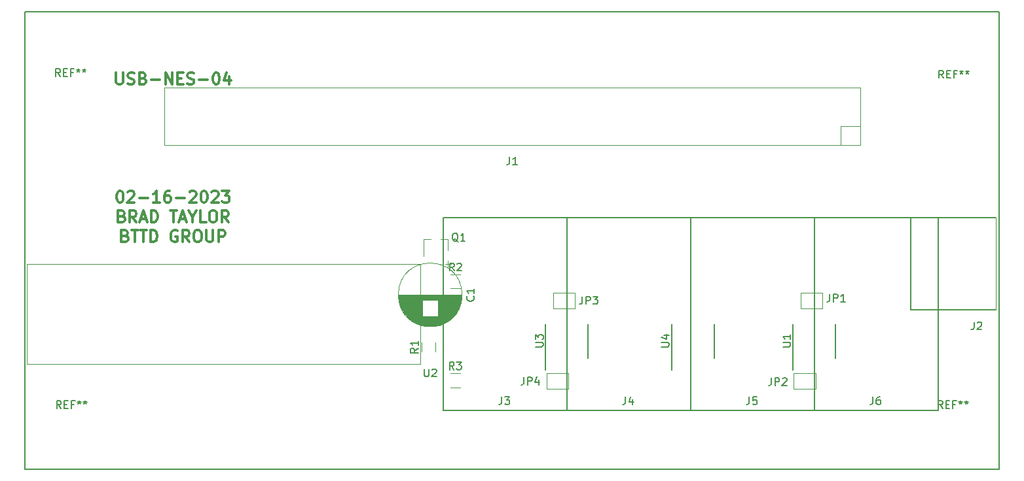
<source format=gbr>
G04 #@! TF.GenerationSoftware,KiCad,Pcbnew,5.1.5+dfsg1-2build2*
G04 #@! TF.CreationDate,2023-04-13T23:09:06-05:00*
G04 #@! TF.ProjectId,NES_backup,4e45535f-6261-4636-9b75-702e6b696361,rev?*
G04 #@! TF.SameCoordinates,Original*
G04 #@! TF.FileFunction,Legend,Top*
G04 #@! TF.FilePolarity,Positive*
%FSLAX46Y46*%
G04 Gerber Fmt 4.6, Leading zero omitted, Abs format (unit mm)*
G04 Created by KiCad (PCBNEW 5.1.5+dfsg1-2build2) date 2023-04-13 23:09:06*
%MOMM*%
%LPD*%
G04 APERTURE LIST*
%ADD10C,0.300000*%
%ADD11C,0.150000*%
%ADD12C,0.120000*%
%ADD13C,0.050000*%
G04 APERTURE END LIST*
D10*
X97292857Y-99378571D02*
X97292857Y-100592857D01*
X97364285Y-100735714D01*
X97435714Y-100807142D01*
X97578571Y-100878571D01*
X97864285Y-100878571D01*
X98007142Y-100807142D01*
X98078571Y-100735714D01*
X98150000Y-100592857D01*
X98150000Y-99378571D01*
X98792857Y-100807142D02*
X99007142Y-100878571D01*
X99364285Y-100878571D01*
X99507142Y-100807142D01*
X99578571Y-100735714D01*
X99650000Y-100592857D01*
X99650000Y-100450000D01*
X99578571Y-100307142D01*
X99507142Y-100235714D01*
X99364285Y-100164285D01*
X99078571Y-100092857D01*
X98935714Y-100021428D01*
X98864285Y-99950000D01*
X98792857Y-99807142D01*
X98792857Y-99664285D01*
X98864285Y-99521428D01*
X98935714Y-99450000D01*
X99078571Y-99378571D01*
X99435714Y-99378571D01*
X99650000Y-99450000D01*
X100792857Y-100092857D02*
X101007142Y-100164285D01*
X101078571Y-100235714D01*
X101150000Y-100378571D01*
X101150000Y-100592857D01*
X101078571Y-100735714D01*
X101007142Y-100807142D01*
X100864285Y-100878571D01*
X100292857Y-100878571D01*
X100292857Y-99378571D01*
X100792857Y-99378571D01*
X100935714Y-99450000D01*
X101007142Y-99521428D01*
X101078571Y-99664285D01*
X101078571Y-99807142D01*
X101007142Y-99950000D01*
X100935714Y-100021428D01*
X100792857Y-100092857D01*
X100292857Y-100092857D01*
X101792857Y-100307142D02*
X102935714Y-100307142D01*
X103650000Y-100878571D02*
X103650000Y-99378571D01*
X104507142Y-100878571D01*
X104507142Y-99378571D01*
X105221428Y-100092857D02*
X105721428Y-100092857D01*
X105935714Y-100878571D02*
X105221428Y-100878571D01*
X105221428Y-99378571D01*
X105935714Y-99378571D01*
X106507142Y-100807142D02*
X106721428Y-100878571D01*
X107078571Y-100878571D01*
X107221428Y-100807142D01*
X107292857Y-100735714D01*
X107364285Y-100592857D01*
X107364285Y-100450000D01*
X107292857Y-100307142D01*
X107221428Y-100235714D01*
X107078571Y-100164285D01*
X106792857Y-100092857D01*
X106650000Y-100021428D01*
X106578571Y-99950000D01*
X106507142Y-99807142D01*
X106507142Y-99664285D01*
X106578571Y-99521428D01*
X106650000Y-99450000D01*
X106792857Y-99378571D01*
X107150000Y-99378571D01*
X107364285Y-99450000D01*
X108007142Y-100307142D02*
X109150000Y-100307142D01*
X110150000Y-99378571D02*
X110292857Y-99378571D01*
X110435714Y-99450000D01*
X110507142Y-99521428D01*
X110578571Y-99664285D01*
X110650000Y-99950000D01*
X110650000Y-100307142D01*
X110578571Y-100592857D01*
X110507142Y-100735714D01*
X110435714Y-100807142D01*
X110292857Y-100878571D01*
X110150000Y-100878571D01*
X110007142Y-100807142D01*
X109935714Y-100735714D01*
X109864285Y-100592857D01*
X109792857Y-100307142D01*
X109792857Y-99950000D01*
X109864285Y-99664285D01*
X109935714Y-99521428D01*
X110007142Y-99450000D01*
X110150000Y-99378571D01*
X111935714Y-99878571D02*
X111935714Y-100878571D01*
X111578571Y-99307142D02*
X111221428Y-100378571D01*
X112150000Y-100378571D01*
X97721428Y-114678571D02*
X97864285Y-114678571D01*
X98007142Y-114750000D01*
X98078571Y-114821428D01*
X98150000Y-114964285D01*
X98221428Y-115250000D01*
X98221428Y-115607142D01*
X98150000Y-115892857D01*
X98078571Y-116035714D01*
X98007142Y-116107142D01*
X97864285Y-116178571D01*
X97721428Y-116178571D01*
X97578571Y-116107142D01*
X97507142Y-116035714D01*
X97435714Y-115892857D01*
X97364285Y-115607142D01*
X97364285Y-115250000D01*
X97435714Y-114964285D01*
X97507142Y-114821428D01*
X97578571Y-114750000D01*
X97721428Y-114678571D01*
X98792857Y-114821428D02*
X98864285Y-114750000D01*
X99007142Y-114678571D01*
X99364285Y-114678571D01*
X99507142Y-114750000D01*
X99578571Y-114821428D01*
X99650000Y-114964285D01*
X99650000Y-115107142D01*
X99578571Y-115321428D01*
X98721428Y-116178571D01*
X99650000Y-116178571D01*
X100292857Y-115607142D02*
X101435714Y-115607142D01*
X102935714Y-116178571D02*
X102078571Y-116178571D01*
X102507142Y-116178571D02*
X102507142Y-114678571D01*
X102364285Y-114892857D01*
X102221428Y-115035714D01*
X102078571Y-115107142D01*
X104221428Y-114678571D02*
X103935714Y-114678571D01*
X103792857Y-114750000D01*
X103721428Y-114821428D01*
X103578571Y-115035714D01*
X103507142Y-115321428D01*
X103507142Y-115892857D01*
X103578571Y-116035714D01*
X103650000Y-116107142D01*
X103792857Y-116178571D01*
X104078571Y-116178571D01*
X104221428Y-116107142D01*
X104292857Y-116035714D01*
X104364285Y-115892857D01*
X104364285Y-115535714D01*
X104292857Y-115392857D01*
X104221428Y-115321428D01*
X104078571Y-115250000D01*
X103792857Y-115250000D01*
X103650000Y-115321428D01*
X103578571Y-115392857D01*
X103507142Y-115535714D01*
X105007142Y-115607142D02*
X106150000Y-115607142D01*
X106792857Y-114821428D02*
X106864285Y-114750000D01*
X107007142Y-114678571D01*
X107364285Y-114678571D01*
X107507142Y-114750000D01*
X107578571Y-114821428D01*
X107650000Y-114964285D01*
X107650000Y-115107142D01*
X107578571Y-115321428D01*
X106721428Y-116178571D01*
X107650000Y-116178571D01*
X108578571Y-114678571D02*
X108721428Y-114678571D01*
X108864285Y-114750000D01*
X108935714Y-114821428D01*
X109007142Y-114964285D01*
X109078571Y-115250000D01*
X109078571Y-115607142D01*
X109007142Y-115892857D01*
X108935714Y-116035714D01*
X108864285Y-116107142D01*
X108721428Y-116178571D01*
X108578571Y-116178571D01*
X108435714Y-116107142D01*
X108364285Y-116035714D01*
X108292857Y-115892857D01*
X108221428Y-115607142D01*
X108221428Y-115250000D01*
X108292857Y-114964285D01*
X108364285Y-114821428D01*
X108435714Y-114750000D01*
X108578571Y-114678571D01*
X109650000Y-114821428D02*
X109721428Y-114750000D01*
X109864285Y-114678571D01*
X110221428Y-114678571D01*
X110364285Y-114750000D01*
X110435714Y-114821428D01*
X110507142Y-114964285D01*
X110507142Y-115107142D01*
X110435714Y-115321428D01*
X109578571Y-116178571D01*
X110507142Y-116178571D01*
X111007142Y-114678571D02*
X111935714Y-114678571D01*
X111435714Y-115250000D01*
X111650000Y-115250000D01*
X111792857Y-115321428D01*
X111864285Y-115392857D01*
X111935714Y-115535714D01*
X111935714Y-115892857D01*
X111864285Y-116035714D01*
X111792857Y-116107142D01*
X111650000Y-116178571D01*
X111221428Y-116178571D01*
X111078571Y-116107142D01*
X111007142Y-116035714D01*
X98042857Y-117942857D02*
X98257142Y-118014285D01*
X98328571Y-118085714D01*
X98400000Y-118228571D01*
X98400000Y-118442857D01*
X98328571Y-118585714D01*
X98257142Y-118657142D01*
X98114285Y-118728571D01*
X97542857Y-118728571D01*
X97542857Y-117228571D01*
X98042857Y-117228571D01*
X98185714Y-117300000D01*
X98257142Y-117371428D01*
X98328571Y-117514285D01*
X98328571Y-117657142D01*
X98257142Y-117800000D01*
X98185714Y-117871428D01*
X98042857Y-117942857D01*
X97542857Y-117942857D01*
X99900000Y-118728571D02*
X99400000Y-118014285D01*
X99042857Y-118728571D02*
X99042857Y-117228571D01*
X99614285Y-117228571D01*
X99757142Y-117300000D01*
X99828571Y-117371428D01*
X99900000Y-117514285D01*
X99900000Y-117728571D01*
X99828571Y-117871428D01*
X99757142Y-117942857D01*
X99614285Y-118014285D01*
X99042857Y-118014285D01*
X100471428Y-118300000D02*
X101185714Y-118300000D01*
X100328571Y-118728571D02*
X100828571Y-117228571D01*
X101328571Y-118728571D01*
X101828571Y-118728571D02*
X101828571Y-117228571D01*
X102185714Y-117228571D01*
X102400000Y-117300000D01*
X102542857Y-117442857D01*
X102614285Y-117585714D01*
X102685714Y-117871428D01*
X102685714Y-118085714D01*
X102614285Y-118371428D01*
X102542857Y-118514285D01*
X102400000Y-118657142D01*
X102185714Y-118728571D01*
X101828571Y-118728571D01*
X104257142Y-117228571D02*
X105114285Y-117228571D01*
X104685714Y-118728571D02*
X104685714Y-117228571D01*
X105542857Y-118300000D02*
X106257142Y-118300000D01*
X105400000Y-118728571D02*
X105900000Y-117228571D01*
X106400000Y-118728571D01*
X107185714Y-118014285D02*
X107185714Y-118728571D01*
X106685714Y-117228571D02*
X107185714Y-118014285D01*
X107685714Y-117228571D01*
X108900000Y-118728571D02*
X108185714Y-118728571D01*
X108185714Y-117228571D01*
X109685714Y-117228571D02*
X109971428Y-117228571D01*
X110114285Y-117300000D01*
X110257142Y-117442857D01*
X110328571Y-117728571D01*
X110328571Y-118228571D01*
X110257142Y-118514285D01*
X110114285Y-118657142D01*
X109971428Y-118728571D01*
X109685714Y-118728571D01*
X109542857Y-118657142D01*
X109400000Y-118514285D01*
X109328571Y-118228571D01*
X109328571Y-117728571D01*
X109400000Y-117442857D01*
X109542857Y-117300000D01*
X109685714Y-117228571D01*
X111828571Y-118728571D02*
X111328571Y-118014285D01*
X110971428Y-118728571D02*
X110971428Y-117228571D01*
X111542857Y-117228571D01*
X111685714Y-117300000D01*
X111757142Y-117371428D01*
X111828571Y-117514285D01*
X111828571Y-117728571D01*
X111757142Y-117871428D01*
X111685714Y-117942857D01*
X111542857Y-118014285D01*
X110971428Y-118014285D01*
X98471428Y-120492857D02*
X98685714Y-120564285D01*
X98757142Y-120635714D01*
X98828571Y-120778571D01*
X98828571Y-120992857D01*
X98757142Y-121135714D01*
X98685714Y-121207142D01*
X98542857Y-121278571D01*
X97971428Y-121278571D01*
X97971428Y-119778571D01*
X98471428Y-119778571D01*
X98614285Y-119850000D01*
X98685714Y-119921428D01*
X98757142Y-120064285D01*
X98757142Y-120207142D01*
X98685714Y-120350000D01*
X98614285Y-120421428D01*
X98471428Y-120492857D01*
X97971428Y-120492857D01*
X99257142Y-119778571D02*
X100114285Y-119778571D01*
X99685714Y-121278571D02*
X99685714Y-119778571D01*
X100400000Y-119778571D02*
X101257142Y-119778571D01*
X100828571Y-121278571D02*
X100828571Y-119778571D01*
X101757142Y-121278571D02*
X101757142Y-119778571D01*
X102114285Y-119778571D01*
X102328571Y-119850000D01*
X102471428Y-119992857D01*
X102542857Y-120135714D01*
X102614285Y-120421428D01*
X102614285Y-120635714D01*
X102542857Y-120921428D01*
X102471428Y-121064285D01*
X102328571Y-121207142D01*
X102114285Y-121278571D01*
X101757142Y-121278571D01*
X105185714Y-119850000D02*
X105042857Y-119778571D01*
X104828571Y-119778571D01*
X104614285Y-119850000D01*
X104471428Y-119992857D01*
X104400000Y-120135714D01*
X104328571Y-120421428D01*
X104328571Y-120635714D01*
X104400000Y-120921428D01*
X104471428Y-121064285D01*
X104614285Y-121207142D01*
X104828571Y-121278571D01*
X104971428Y-121278571D01*
X105185714Y-121207142D01*
X105257142Y-121135714D01*
X105257142Y-120635714D01*
X104971428Y-120635714D01*
X106757142Y-121278571D02*
X106257142Y-120564285D01*
X105900000Y-121278571D02*
X105900000Y-119778571D01*
X106471428Y-119778571D01*
X106614285Y-119850000D01*
X106685714Y-119921428D01*
X106757142Y-120064285D01*
X106757142Y-120278571D01*
X106685714Y-120421428D01*
X106614285Y-120492857D01*
X106471428Y-120564285D01*
X105900000Y-120564285D01*
X107685714Y-119778571D02*
X107971428Y-119778571D01*
X108114285Y-119850000D01*
X108257142Y-119992857D01*
X108328571Y-120278571D01*
X108328571Y-120778571D01*
X108257142Y-121064285D01*
X108114285Y-121207142D01*
X107971428Y-121278571D01*
X107685714Y-121278571D01*
X107542857Y-121207142D01*
X107400000Y-121064285D01*
X107328571Y-120778571D01*
X107328571Y-120278571D01*
X107400000Y-119992857D01*
X107542857Y-119850000D01*
X107685714Y-119778571D01*
X108971428Y-119778571D02*
X108971428Y-120992857D01*
X109042857Y-121135714D01*
X109114285Y-121207142D01*
X109257142Y-121278571D01*
X109542857Y-121278571D01*
X109685714Y-121207142D01*
X109757142Y-121135714D01*
X109828571Y-120992857D01*
X109828571Y-119778571D01*
X110542857Y-121278571D02*
X110542857Y-119778571D01*
X111114285Y-119778571D01*
X111257142Y-119850000D01*
X111328571Y-119921428D01*
X111400000Y-120064285D01*
X111400000Y-120278571D01*
X111328571Y-120421428D01*
X111257142Y-120492857D01*
X111114285Y-120564285D01*
X110542857Y-120564285D01*
D11*
X211500000Y-150700000D02*
X211500000Y-91500000D01*
X85500000Y-150700000D02*
X85500000Y-91500000D01*
X85500000Y-91500000D02*
X211500000Y-91500000D01*
X85500000Y-150700000D02*
X211500000Y-150700000D01*
D12*
X136630000Y-131620000D02*
G75*
G02X136630000Y-129620000I0J1000000D01*
G01*
X136630000Y-129620000D02*
X136630000Y-124160000D01*
X136630000Y-124160000D02*
X85710000Y-124160000D01*
X85710000Y-124160000D02*
X85710000Y-137080000D01*
X85710000Y-137080000D02*
X136630000Y-137080000D01*
X136630000Y-137080000D02*
X136630000Y-131620000D01*
D11*
X158325000Y-136300000D02*
X158325000Y-131900000D01*
X152800000Y-137875000D02*
X152800000Y-131900000D01*
D12*
X188625000Y-127900000D02*
X188625000Y-129900000D01*
X185825000Y-127900000D02*
X188625000Y-127900000D01*
X185825000Y-129900000D02*
X185825000Y-127900000D01*
X188625000Y-129900000D02*
X185825000Y-129900000D01*
D11*
X184800000Y-137875000D02*
X184800000Y-131900000D01*
X190325000Y-136300000D02*
X190325000Y-131900000D01*
D12*
X184925000Y-138300000D02*
X187725000Y-138300000D01*
X187725000Y-138300000D02*
X187725000Y-140300000D01*
X187725000Y-140300000D02*
X184925000Y-140300000D01*
X184925000Y-140300000D02*
X184925000Y-138300000D01*
D11*
X155600000Y-118100000D02*
X155600000Y-143100000D01*
X155600000Y-143100000D02*
X139600000Y-143100000D01*
X139600000Y-143100000D02*
X139600000Y-118100000D01*
X139600000Y-118100000D02*
X155600000Y-118100000D01*
D12*
X156650000Y-127900000D02*
X156650000Y-129900000D01*
X153850000Y-127900000D02*
X156650000Y-127900000D01*
X153850000Y-129900000D02*
X153850000Y-127900000D01*
X156650000Y-129900000D02*
X153850000Y-129900000D01*
X152925000Y-138300000D02*
X155725000Y-138300000D01*
X155725000Y-138300000D02*
X155725000Y-140300000D01*
X155725000Y-140300000D02*
X152925000Y-140300000D01*
X152925000Y-140300000D02*
X152925000Y-138300000D01*
D11*
X155600000Y-118100000D02*
X171600000Y-118100000D01*
X155600000Y-143100000D02*
X155600000Y-118100000D01*
X171600000Y-143100000D02*
X155600000Y-143100000D01*
X171600000Y-118100000D02*
X171600000Y-143100000D01*
D12*
X136790000Y-135502064D02*
X136790000Y-134297936D01*
X138610000Y-135502064D02*
X138610000Y-134297936D01*
X142020000Y-128150000D02*
G75*
G03X142020000Y-128150000I-4120000J0D01*
G01*
X141980000Y-128150000D02*
X133820000Y-128150000D01*
X141980000Y-128190000D02*
X133820000Y-128190000D01*
X141980000Y-128230000D02*
X133820000Y-128230000D01*
X141979000Y-128270000D02*
X133821000Y-128270000D01*
X141977000Y-128310000D02*
X133823000Y-128310000D01*
X141976000Y-128350000D02*
X133824000Y-128350000D01*
X141974000Y-128390000D02*
X133826000Y-128390000D01*
X141971000Y-128430000D02*
X133829000Y-128430000D01*
X141968000Y-128470000D02*
X133832000Y-128470000D01*
X141965000Y-128510000D02*
X133835000Y-128510000D01*
X141961000Y-128550000D02*
X133839000Y-128550000D01*
X141957000Y-128590000D02*
X133843000Y-128590000D01*
X141952000Y-128630000D02*
X133848000Y-128630000D01*
X141948000Y-128670000D02*
X133852000Y-128670000D01*
X141942000Y-128710000D02*
X133858000Y-128710000D01*
X141937000Y-128750000D02*
X133863000Y-128750000D01*
X141930000Y-128790000D02*
X133870000Y-128790000D01*
X141924000Y-128830000D02*
X133876000Y-128830000D01*
X141917000Y-128871000D02*
X138940000Y-128871000D01*
X136860000Y-128871000D02*
X133883000Y-128871000D01*
X141910000Y-128911000D02*
X138940000Y-128911000D01*
X136860000Y-128911000D02*
X133890000Y-128911000D01*
X141902000Y-128951000D02*
X138940000Y-128951000D01*
X136860000Y-128951000D02*
X133898000Y-128951000D01*
X141894000Y-128991000D02*
X138940000Y-128991000D01*
X136860000Y-128991000D02*
X133906000Y-128991000D01*
X141885000Y-129031000D02*
X138940000Y-129031000D01*
X136860000Y-129031000D02*
X133915000Y-129031000D01*
X141876000Y-129071000D02*
X138940000Y-129071000D01*
X136860000Y-129071000D02*
X133924000Y-129071000D01*
X141867000Y-129111000D02*
X138940000Y-129111000D01*
X136860000Y-129111000D02*
X133933000Y-129111000D01*
X141857000Y-129151000D02*
X138940000Y-129151000D01*
X136860000Y-129151000D02*
X133943000Y-129151000D01*
X141847000Y-129191000D02*
X138940000Y-129191000D01*
X136860000Y-129191000D02*
X133953000Y-129191000D01*
X141836000Y-129231000D02*
X138940000Y-129231000D01*
X136860000Y-129231000D02*
X133964000Y-129231000D01*
X141825000Y-129271000D02*
X138940000Y-129271000D01*
X136860000Y-129271000D02*
X133975000Y-129271000D01*
X141814000Y-129311000D02*
X138940000Y-129311000D01*
X136860000Y-129311000D02*
X133986000Y-129311000D01*
X141802000Y-129351000D02*
X138940000Y-129351000D01*
X136860000Y-129351000D02*
X133998000Y-129351000D01*
X141789000Y-129391000D02*
X138940000Y-129391000D01*
X136860000Y-129391000D02*
X134011000Y-129391000D01*
X141777000Y-129431000D02*
X138940000Y-129431000D01*
X136860000Y-129431000D02*
X134023000Y-129431000D01*
X141763000Y-129471000D02*
X138940000Y-129471000D01*
X136860000Y-129471000D02*
X134037000Y-129471000D01*
X141750000Y-129511000D02*
X138940000Y-129511000D01*
X136860000Y-129511000D02*
X134050000Y-129511000D01*
X141735000Y-129551000D02*
X138940000Y-129551000D01*
X136860000Y-129551000D02*
X134065000Y-129551000D01*
X141721000Y-129591000D02*
X138940000Y-129591000D01*
X136860000Y-129591000D02*
X134079000Y-129591000D01*
X141705000Y-129631000D02*
X138940000Y-129631000D01*
X136860000Y-129631000D02*
X134095000Y-129631000D01*
X141690000Y-129671000D02*
X138940000Y-129671000D01*
X136860000Y-129671000D02*
X134110000Y-129671000D01*
X141674000Y-129711000D02*
X138940000Y-129711000D01*
X136860000Y-129711000D02*
X134126000Y-129711000D01*
X141657000Y-129751000D02*
X138940000Y-129751000D01*
X136860000Y-129751000D02*
X134143000Y-129751000D01*
X141640000Y-129791000D02*
X138940000Y-129791000D01*
X136860000Y-129791000D02*
X134160000Y-129791000D01*
X141622000Y-129831000D02*
X138940000Y-129831000D01*
X136860000Y-129831000D02*
X134178000Y-129831000D01*
X141604000Y-129871000D02*
X138940000Y-129871000D01*
X136860000Y-129871000D02*
X134196000Y-129871000D01*
X141586000Y-129911000D02*
X138940000Y-129911000D01*
X136860000Y-129911000D02*
X134214000Y-129911000D01*
X141566000Y-129951000D02*
X138940000Y-129951000D01*
X136860000Y-129951000D02*
X134234000Y-129951000D01*
X141547000Y-129991000D02*
X138940000Y-129991000D01*
X136860000Y-129991000D02*
X134253000Y-129991000D01*
X141527000Y-130031000D02*
X138940000Y-130031000D01*
X136860000Y-130031000D02*
X134273000Y-130031000D01*
X141506000Y-130071000D02*
X138940000Y-130071000D01*
X136860000Y-130071000D02*
X134294000Y-130071000D01*
X141484000Y-130111000D02*
X138940000Y-130111000D01*
X136860000Y-130111000D02*
X134316000Y-130111000D01*
X141462000Y-130151000D02*
X138940000Y-130151000D01*
X136860000Y-130151000D02*
X134338000Y-130151000D01*
X141440000Y-130191000D02*
X138940000Y-130191000D01*
X136860000Y-130191000D02*
X134360000Y-130191000D01*
X141417000Y-130231000D02*
X138940000Y-130231000D01*
X136860000Y-130231000D02*
X134383000Y-130231000D01*
X141393000Y-130271000D02*
X138940000Y-130271000D01*
X136860000Y-130271000D02*
X134407000Y-130271000D01*
X141369000Y-130311000D02*
X138940000Y-130311000D01*
X136860000Y-130311000D02*
X134431000Y-130311000D01*
X141344000Y-130351000D02*
X138940000Y-130351000D01*
X136860000Y-130351000D02*
X134456000Y-130351000D01*
X141318000Y-130391000D02*
X138940000Y-130391000D01*
X136860000Y-130391000D02*
X134482000Y-130391000D01*
X141292000Y-130431000D02*
X138940000Y-130431000D01*
X136860000Y-130431000D02*
X134508000Y-130431000D01*
X141265000Y-130471000D02*
X138940000Y-130471000D01*
X136860000Y-130471000D02*
X134535000Y-130471000D01*
X141238000Y-130511000D02*
X138940000Y-130511000D01*
X136860000Y-130511000D02*
X134562000Y-130511000D01*
X141209000Y-130551000D02*
X138940000Y-130551000D01*
X136860000Y-130551000D02*
X134591000Y-130551000D01*
X141180000Y-130591000D02*
X138940000Y-130591000D01*
X136860000Y-130591000D02*
X134620000Y-130591000D01*
X141150000Y-130631000D02*
X138940000Y-130631000D01*
X136860000Y-130631000D02*
X134650000Y-130631000D01*
X141120000Y-130671000D02*
X138940000Y-130671000D01*
X136860000Y-130671000D02*
X134680000Y-130671000D01*
X141089000Y-130711000D02*
X138940000Y-130711000D01*
X136860000Y-130711000D02*
X134711000Y-130711000D01*
X141056000Y-130751000D02*
X138940000Y-130751000D01*
X136860000Y-130751000D02*
X134744000Y-130751000D01*
X141024000Y-130791000D02*
X138940000Y-130791000D01*
X136860000Y-130791000D02*
X134776000Y-130791000D01*
X140990000Y-130831000D02*
X138940000Y-130831000D01*
X136860000Y-130831000D02*
X134810000Y-130831000D01*
X140955000Y-130871000D02*
X138940000Y-130871000D01*
X136860000Y-130871000D02*
X134845000Y-130871000D01*
X140919000Y-130911000D02*
X138940000Y-130911000D01*
X136860000Y-130911000D02*
X134881000Y-130911000D01*
X140883000Y-130951000D02*
X134917000Y-130951000D01*
X140845000Y-130991000D02*
X134955000Y-130991000D01*
X140807000Y-131031000D02*
X134993000Y-131031000D01*
X140767000Y-131071000D02*
X135033000Y-131071000D01*
X140726000Y-131111000D02*
X135074000Y-131111000D01*
X140684000Y-131151000D02*
X135116000Y-131151000D01*
X140641000Y-131191000D02*
X135159000Y-131191000D01*
X140597000Y-131231000D02*
X135203000Y-131231000D01*
X140551000Y-131271000D02*
X135249000Y-131271000D01*
X140504000Y-131311000D02*
X135296000Y-131311000D01*
X140456000Y-131351000D02*
X135344000Y-131351000D01*
X140405000Y-131391000D02*
X135395000Y-131391000D01*
X140354000Y-131431000D02*
X135446000Y-131431000D01*
X140300000Y-131471000D02*
X135500000Y-131471000D01*
X140245000Y-131511000D02*
X135555000Y-131511000D01*
X140187000Y-131551000D02*
X135613000Y-131551000D01*
X140128000Y-131591000D02*
X135672000Y-131591000D01*
X140066000Y-131631000D02*
X135734000Y-131631000D01*
X140002000Y-131671000D02*
X135798000Y-131671000D01*
X139934000Y-131711000D02*
X135866000Y-131711000D01*
X139864000Y-131751000D02*
X135936000Y-131751000D01*
X139790000Y-131791000D02*
X136010000Y-131791000D01*
X139713000Y-131831000D02*
X136087000Y-131831000D01*
X139631000Y-131871000D02*
X136169000Y-131871000D01*
X139545000Y-131911000D02*
X136255000Y-131911000D01*
X139452000Y-131951000D02*
X136348000Y-131951000D01*
X139353000Y-131991000D02*
X136447000Y-131991000D01*
X139246000Y-132031000D02*
X136554000Y-132031000D01*
X139129000Y-132071000D02*
X136671000Y-132071000D01*
X138998000Y-132111000D02*
X136802000Y-132111000D01*
X138848000Y-132151000D02*
X136952000Y-132151000D01*
X138668000Y-132191000D02*
X137132000Y-132191000D01*
X138433000Y-132231000D02*
X137367000Y-132231000D01*
X140215000Y-123740302D02*
X140215000Y-124540302D01*
X140615000Y-124140302D02*
X139815000Y-124140302D01*
X103501100Y-101253600D02*
X103501100Y-108753600D01*
X193501100Y-101253600D02*
X103501100Y-101253600D01*
X193501100Y-108753600D02*
X103501100Y-108753600D01*
X191001100Y-106253600D02*
X191001100Y-108753600D01*
X191001100Y-106253600D02*
X193501100Y-106253600D01*
X193501100Y-101253600D02*
X193501100Y-108753600D01*
D11*
X211050000Y-118100000D02*
X200050000Y-118100000D01*
X200050000Y-118100000D02*
X200050000Y-130100000D01*
X211050000Y-130100000D02*
X200050000Y-130100000D01*
D13*
X211050000Y-130100000D02*
X211050000Y-118100000D01*
D12*
X140180000Y-120940000D02*
X139250000Y-120940000D01*
X137020000Y-120940000D02*
X137950000Y-120940000D01*
X137020000Y-120940000D02*
X137020000Y-123100000D01*
X140180000Y-120940000D02*
X140180000Y-122400000D01*
D11*
X187600000Y-118100000D02*
X187600000Y-143100000D01*
X187600000Y-143100000D02*
X171600000Y-143100000D01*
X171600000Y-143100000D02*
X171600000Y-118100000D01*
X171600000Y-118100000D02*
X187600000Y-118100000D01*
X187600000Y-118100000D02*
X203600000Y-118100000D01*
X187600000Y-143100000D02*
X187600000Y-118100000D01*
X203600000Y-143100000D02*
X187600000Y-143100000D01*
X203600000Y-118100000D02*
X203600000Y-143100000D01*
D12*
X140560436Y-127310000D02*
X141764564Y-127310000D01*
X140560436Y-125490000D02*
X141764564Y-125490000D01*
X140547936Y-138290000D02*
X141752064Y-138290000D01*
X140547936Y-140110000D02*
X141752064Y-140110000D01*
D11*
X174625000Y-136300000D02*
X174625000Y-131900000D01*
X169100000Y-137875000D02*
X169100000Y-131900000D01*
X137138095Y-137752380D02*
X137138095Y-138561904D01*
X137185714Y-138657142D01*
X137233333Y-138704761D01*
X137328571Y-138752380D01*
X137519047Y-138752380D01*
X137614285Y-138704761D01*
X137661904Y-138657142D01*
X137709523Y-138561904D01*
X137709523Y-137752380D01*
X138138095Y-137847619D02*
X138185714Y-137800000D01*
X138280952Y-137752380D01*
X138519047Y-137752380D01*
X138614285Y-137800000D01*
X138661904Y-137847619D01*
X138709523Y-137942857D01*
X138709523Y-138038095D01*
X138661904Y-138180952D01*
X138090476Y-138752380D01*
X138709523Y-138752380D01*
X151502380Y-134861904D02*
X152311904Y-134861904D01*
X152407142Y-134814285D01*
X152454761Y-134766666D01*
X152502380Y-134671428D01*
X152502380Y-134480952D01*
X152454761Y-134385714D01*
X152407142Y-134338095D01*
X152311904Y-134290476D01*
X151502380Y-134290476D01*
X151502380Y-133909523D02*
X151502380Y-133290476D01*
X151883333Y-133623809D01*
X151883333Y-133480952D01*
X151930952Y-133385714D01*
X151978571Y-133338095D01*
X152073809Y-133290476D01*
X152311904Y-133290476D01*
X152407142Y-133338095D01*
X152454761Y-133385714D01*
X152502380Y-133480952D01*
X152502380Y-133766666D01*
X152454761Y-133861904D01*
X152407142Y-133909523D01*
X189566666Y-128052380D02*
X189566666Y-128766666D01*
X189519047Y-128909523D01*
X189423809Y-129004761D01*
X189280952Y-129052380D01*
X189185714Y-129052380D01*
X190042857Y-129052380D02*
X190042857Y-128052380D01*
X190423809Y-128052380D01*
X190519047Y-128100000D01*
X190566666Y-128147619D01*
X190614285Y-128242857D01*
X190614285Y-128385714D01*
X190566666Y-128480952D01*
X190519047Y-128528571D01*
X190423809Y-128576190D01*
X190042857Y-128576190D01*
X191566666Y-129052380D02*
X190995238Y-129052380D01*
X191280952Y-129052380D02*
X191280952Y-128052380D01*
X191185714Y-128195238D01*
X191090476Y-128290476D01*
X190995238Y-128338095D01*
X183502380Y-134861904D02*
X184311904Y-134861904D01*
X184407142Y-134814285D01*
X184454761Y-134766666D01*
X184502380Y-134671428D01*
X184502380Y-134480952D01*
X184454761Y-134385714D01*
X184407142Y-134338095D01*
X184311904Y-134290476D01*
X183502380Y-134290476D01*
X184502380Y-133290476D02*
X184502380Y-133861904D01*
X184502380Y-133576190D02*
X183502380Y-133576190D01*
X183645238Y-133671428D01*
X183740476Y-133766666D01*
X183788095Y-133861904D01*
X182016666Y-138902380D02*
X182016666Y-139616666D01*
X181969047Y-139759523D01*
X181873809Y-139854761D01*
X181730952Y-139902380D01*
X181635714Y-139902380D01*
X182492857Y-139902380D02*
X182492857Y-138902380D01*
X182873809Y-138902380D01*
X182969047Y-138950000D01*
X183016666Y-138997619D01*
X183064285Y-139092857D01*
X183064285Y-139235714D01*
X183016666Y-139330952D01*
X182969047Y-139378571D01*
X182873809Y-139426190D01*
X182492857Y-139426190D01*
X183445238Y-138997619D02*
X183492857Y-138950000D01*
X183588095Y-138902380D01*
X183826190Y-138902380D01*
X183921428Y-138950000D01*
X183969047Y-138997619D01*
X184016666Y-139092857D01*
X184016666Y-139188095D01*
X183969047Y-139330952D01*
X183397619Y-139902380D01*
X184016666Y-139902380D01*
X147166666Y-141352380D02*
X147166666Y-142066666D01*
X147119047Y-142209523D01*
X147023809Y-142304761D01*
X146880952Y-142352380D01*
X146785714Y-142352380D01*
X147547619Y-141352380D02*
X148166666Y-141352380D01*
X147833333Y-141733333D01*
X147976190Y-141733333D01*
X148071428Y-141780952D01*
X148119047Y-141828571D01*
X148166666Y-141923809D01*
X148166666Y-142161904D01*
X148119047Y-142257142D01*
X148071428Y-142304761D01*
X147976190Y-142352380D01*
X147690476Y-142352380D01*
X147595238Y-142304761D01*
X147547619Y-142257142D01*
X157566666Y-128352380D02*
X157566666Y-129066666D01*
X157519047Y-129209523D01*
X157423809Y-129304761D01*
X157280952Y-129352380D01*
X157185714Y-129352380D01*
X158042857Y-129352380D02*
X158042857Y-128352380D01*
X158423809Y-128352380D01*
X158519047Y-128400000D01*
X158566666Y-128447619D01*
X158614285Y-128542857D01*
X158614285Y-128685714D01*
X158566666Y-128780952D01*
X158519047Y-128828571D01*
X158423809Y-128876190D01*
X158042857Y-128876190D01*
X158947619Y-128352380D02*
X159566666Y-128352380D01*
X159233333Y-128733333D01*
X159376190Y-128733333D01*
X159471428Y-128780952D01*
X159519047Y-128828571D01*
X159566666Y-128923809D01*
X159566666Y-129161904D01*
X159519047Y-129257142D01*
X159471428Y-129304761D01*
X159376190Y-129352380D01*
X159090476Y-129352380D01*
X158995238Y-129304761D01*
X158947619Y-129257142D01*
X150016666Y-138802380D02*
X150016666Y-139516666D01*
X149969047Y-139659523D01*
X149873809Y-139754761D01*
X149730952Y-139802380D01*
X149635714Y-139802380D01*
X150492857Y-139802380D02*
X150492857Y-138802380D01*
X150873809Y-138802380D01*
X150969047Y-138850000D01*
X151016666Y-138897619D01*
X151064285Y-138992857D01*
X151064285Y-139135714D01*
X151016666Y-139230952D01*
X150969047Y-139278571D01*
X150873809Y-139326190D01*
X150492857Y-139326190D01*
X151921428Y-139135714D02*
X151921428Y-139802380D01*
X151683333Y-138754761D02*
X151445238Y-139469047D01*
X152064285Y-139469047D01*
X163166666Y-141352380D02*
X163166666Y-142066666D01*
X163119047Y-142209523D01*
X163023809Y-142304761D01*
X162880952Y-142352380D01*
X162785714Y-142352380D01*
X164071428Y-141685714D02*
X164071428Y-142352380D01*
X163833333Y-141304761D02*
X163595238Y-142019047D01*
X164214285Y-142019047D01*
X136332380Y-135066666D02*
X135856190Y-135400000D01*
X136332380Y-135638095D02*
X135332380Y-135638095D01*
X135332380Y-135257142D01*
X135380000Y-135161904D01*
X135427619Y-135114285D01*
X135522857Y-135066666D01*
X135665714Y-135066666D01*
X135760952Y-135114285D01*
X135808571Y-135161904D01*
X135856190Y-135257142D01*
X135856190Y-135638095D01*
X136332380Y-134114285D02*
X136332380Y-134685714D01*
X136332380Y-134400000D02*
X135332380Y-134400000D01*
X135475238Y-134495238D01*
X135570476Y-134590476D01*
X135618095Y-134685714D01*
X143507142Y-128316666D02*
X143554761Y-128364285D01*
X143602380Y-128507142D01*
X143602380Y-128602380D01*
X143554761Y-128745238D01*
X143459523Y-128840476D01*
X143364285Y-128888095D01*
X143173809Y-128935714D01*
X143030952Y-128935714D01*
X142840476Y-128888095D01*
X142745238Y-128840476D01*
X142650000Y-128745238D01*
X142602380Y-128602380D01*
X142602380Y-128507142D01*
X142650000Y-128364285D01*
X142697619Y-128316666D01*
X143602380Y-127364285D02*
X143602380Y-127935714D01*
X143602380Y-127650000D02*
X142602380Y-127650000D01*
X142745238Y-127745238D01*
X142840476Y-127840476D01*
X142888095Y-127935714D01*
X148166666Y-110252380D02*
X148166666Y-110966666D01*
X148119047Y-111109523D01*
X148023809Y-111204761D01*
X147880952Y-111252380D01*
X147785714Y-111252380D01*
X149166666Y-111252380D02*
X148595238Y-111252380D01*
X148880952Y-111252380D02*
X148880952Y-110252380D01*
X148785714Y-110395238D01*
X148690476Y-110490476D01*
X148595238Y-110538095D01*
X204266666Y-100052380D02*
X203933333Y-99576190D01*
X203695238Y-100052380D02*
X203695238Y-99052380D01*
X204076190Y-99052380D01*
X204171428Y-99100000D01*
X204219047Y-99147619D01*
X204266666Y-99242857D01*
X204266666Y-99385714D01*
X204219047Y-99480952D01*
X204171428Y-99528571D01*
X204076190Y-99576190D01*
X203695238Y-99576190D01*
X204695238Y-99528571D02*
X205028571Y-99528571D01*
X205171428Y-100052380D02*
X204695238Y-100052380D01*
X204695238Y-99052380D01*
X205171428Y-99052380D01*
X205933333Y-99528571D02*
X205600000Y-99528571D01*
X205600000Y-100052380D02*
X205600000Y-99052380D01*
X206076190Y-99052380D01*
X206600000Y-99052380D02*
X206600000Y-99290476D01*
X206361904Y-99195238D02*
X206600000Y-99290476D01*
X206838095Y-99195238D01*
X206457142Y-99480952D02*
X206600000Y-99290476D01*
X206742857Y-99480952D01*
X207361904Y-99052380D02*
X207361904Y-99290476D01*
X207123809Y-99195238D02*
X207361904Y-99290476D01*
X207600000Y-99195238D01*
X207219047Y-99480952D02*
X207361904Y-99290476D01*
X207504761Y-99480952D01*
X90066666Y-99852380D02*
X89733333Y-99376190D01*
X89495238Y-99852380D02*
X89495238Y-98852380D01*
X89876190Y-98852380D01*
X89971428Y-98900000D01*
X90019047Y-98947619D01*
X90066666Y-99042857D01*
X90066666Y-99185714D01*
X90019047Y-99280952D01*
X89971428Y-99328571D01*
X89876190Y-99376190D01*
X89495238Y-99376190D01*
X90495238Y-99328571D02*
X90828571Y-99328571D01*
X90971428Y-99852380D02*
X90495238Y-99852380D01*
X90495238Y-98852380D01*
X90971428Y-98852380D01*
X91733333Y-99328571D02*
X91400000Y-99328571D01*
X91400000Y-99852380D02*
X91400000Y-98852380D01*
X91876190Y-98852380D01*
X92400000Y-98852380D02*
X92400000Y-99090476D01*
X92161904Y-98995238D02*
X92400000Y-99090476D01*
X92638095Y-98995238D01*
X92257142Y-99280952D02*
X92400000Y-99090476D01*
X92542857Y-99280952D01*
X93161904Y-98852380D02*
X93161904Y-99090476D01*
X92923809Y-98995238D02*
X93161904Y-99090476D01*
X93400000Y-98995238D01*
X93019047Y-99280952D02*
X93161904Y-99090476D01*
X93304761Y-99280952D01*
X204166666Y-142842380D02*
X203833333Y-142366190D01*
X203595238Y-142842380D02*
X203595238Y-141842380D01*
X203976190Y-141842380D01*
X204071428Y-141890000D01*
X204119047Y-141937619D01*
X204166666Y-142032857D01*
X204166666Y-142175714D01*
X204119047Y-142270952D01*
X204071428Y-142318571D01*
X203976190Y-142366190D01*
X203595238Y-142366190D01*
X204595238Y-142318571D02*
X204928571Y-142318571D01*
X205071428Y-142842380D02*
X204595238Y-142842380D01*
X204595238Y-141842380D01*
X205071428Y-141842380D01*
X205833333Y-142318571D02*
X205500000Y-142318571D01*
X205500000Y-142842380D02*
X205500000Y-141842380D01*
X205976190Y-141842380D01*
X206500000Y-141842380D02*
X206500000Y-142080476D01*
X206261904Y-141985238D02*
X206500000Y-142080476D01*
X206738095Y-141985238D01*
X206357142Y-142270952D02*
X206500000Y-142080476D01*
X206642857Y-142270952D01*
X207261904Y-141842380D02*
X207261904Y-142080476D01*
X207023809Y-141985238D02*
X207261904Y-142080476D01*
X207500000Y-141985238D01*
X207119047Y-142270952D02*
X207261904Y-142080476D01*
X207404761Y-142270952D01*
X208216666Y-131652380D02*
X208216666Y-132366666D01*
X208169047Y-132509523D01*
X208073809Y-132604761D01*
X207930952Y-132652380D01*
X207835714Y-132652380D01*
X208645238Y-131747619D02*
X208692857Y-131700000D01*
X208788095Y-131652380D01*
X209026190Y-131652380D01*
X209121428Y-131700000D01*
X209169047Y-131747619D01*
X209216666Y-131842857D01*
X209216666Y-131938095D01*
X209169047Y-132080952D01*
X208597619Y-132652380D01*
X209216666Y-132652380D01*
X141504761Y-121247619D02*
X141409523Y-121200000D01*
X141314285Y-121104761D01*
X141171428Y-120961904D01*
X141076190Y-120914285D01*
X140980952Y-120914285D01*
X141028571Y-121152380D02*
X140933333Y-121104761D01*
X140838095Y-121009523D01*
X140790476Y-120819047D01*
X140790476Y-120485714D01*
X140838095Y-120295238D01*
X140933333Y-120200000D01*
X141028571Y-120152380D01*
X141219047Y-120152380D01*
X141314285Y-120200000D01*
X141409523Y-120295238D01*
X141457142Y-120485714D01*
X141457142Y-120819047D01*
X141409523Y-121009523D01*
X141314285Y-121104761D01*
X141219047Y-121152380D01*
X141028571Y-121152380D01*
X142409523Y-121152380D02*
X141838095Y-121152380D01*
X142123809Y-121152380D02*
X142123809Y-120152380D01*
X142028571Y-120295238D01*
X141933333Y-120390476D01*
X141838095Y-120438095D01*
X90166666Y-142842380D02*
X89833333Y-142366190D01*
X89595238Y-142842380D02*
X89595238Y-141842380D01*
X89976190Y-141842380D01*
X90071428Y-141890000D01*
X90119047Y-141937619D01*
X90166666Y-142032857D01*
X90166666Y-142175714D01*
X90119047Y-142270952D01*
X90071428Y-142318571D01*
X89976190Y-142366190D01*
X89595238Y-142366190D01*
X90595238Y-142318571D02*
X90928571Y-142318571D01*
X91071428Y-142842380D02*
X90595238Y-142842380D01*
X90595238Y-141842380D01*
X91071428Y-141842380D01*
X91833333Y-142318571D02*
X91500000Y-142318571D01*
X91500000Y-142842380D02*
X91500000Y-141842380D01*
X91976190Y-141842380D01*
X92500000Y-141842380D02*
X92500000Y-142080476D01*
X92261904Y-141985238D02*
X92500000Y-142080476D01*
X92738095Y-141985238D01*
X92357142Y-142270952D02*
X92500000Y-142080476D01*
X92642857Y-142270952D01*
X93261904Y-141842380D02*
X93261904Y-142080476D01*
X93023809Y-141985238D02*
X93261904Y-142080476D01*
X93500000Y-141985238D01*
X93119047Y-142270952D02*
X93261904Y-142080476D01*
X93404761Y-142270952D01*
X179166666Y-141352380D02*
X179166666Y-142066666D01*
X179119047Y-142209523D01*
X179023809Y-142304761D01*
X178880952Y-142352380D01*
X178785714Y-142352380D01*
X180119047Y-141352380D02*
X179642857Y-141352380D01*
X179595238Y-141828571D01*
X179642857Y-141780952D01*
X179738095Y-141733333D01*
X179976190Y-141733333D01*
X180071428Y-141780952D01*
X180119047Y-141828571D01*
X180166666Y-141923809D01*
X180166666Y-142161904D01*
X180119047Y-142257142D01*
X180071428Y-142304761D01*
X179976190Y-142352380D01*
X179738095Y-142352380D01*
X179642857Y-142304761D01*
X179595238Y-142257142D01*
X195166666Y-141352380D02*
X195166666Y-142066666D01*
X195119047Y-142209523D01*
X195023809Y-142304761D01*
X194880952Y-142352380D01*
X194785714Y-142352380D01*
X196071428Y-141352380D02*
X195880952Y-141352380D01*
X195785714Y-141400000D01*
X195738095Y-141447619D01*
X195642857Y-141590476D01*
X195595238Y-141780952D01*
X195595238Y-142161904D01*
X195642857Y-142257142D01*
X195690476Y-142304761D01*
X195785714Y-142352380D01*
X195976190Y-142352380D01*
X196071428Y-142304761D01*
X196119047Y-142257142D01*
X196166666Y-142161904D01*
X196166666Y-141923809D01*
X196119047Y-141828571D01*
X196071428Y-141780952D01*
X195976190Y-141733333D01*
X195785714Y-141733333D01*
X195690476Y-141780952D01*
X195642857Y-141828571D01*
X195595238Y-141923809D01*
X140995833Y-125032380D02*
X140662500Y-124556190D01*
X140424404Y-125032380D02*
X140424404Y-124032380D01*
X140805357Y-124032380D01*
X140900595Y-124080000D01*
X140948214Y-124127619D01*
X140995833Y-124222857D01*
X140995833Y-124365714D01*
X140948214Y-124460952D01*
X140900595Y-124508571D01*
X140805357Y-124556190D01*
X140424404Y-124556190D01*
X141376785Y-124127619D02*
X141424404Y-124080000D01*
X141519642Y-124032380D01*
X141757738Y-124032380D01*
X141852976Y-124080000D01*
X141900595Y-124127619D01*
X141948214Y-124222857D01*
X141948214Y-124318095D01*
X141900595Y-124460952D01*
X141329166Y-125032380D01*
X141948214Y-125032380D01*
X140983333Y-137832380D02*
X140650000Y-137356190D01*
X140411904Y-137832380D02*
X140411904Y-136832380D01*
X140792857Y-136832380D01*
X140888095Y-136880000D01*
X140935714Y-136927619D01*
X140983333Y-137022857D01*
X140983333Y-137165714D01*
X140935714Y-137260952D01*
X140888095Y-137308571D01*
X140792857Y-137356190D01*
X140411904Y-137356190D01*
X141316666Y-136832380D02*
X141935714Y-136832380D01*
X141602380Y-137213333D01*
X141745238Y-137213333D01*
X141840476Y-137260952D01*
X141888095Y-137308571D01*
X141935714Y-137403809D01*
X141935714Y-137641904D01*
X141888095Y-137737142D01*
X141840476Y-137784761D01*
X141745238Y-137832380D01*
X141459523Y-137832380D01*
X141364285Y-137784761D01*
X141316666Y-137737142D01*
X167802380Y-134861904D02*
X168611904Y-134861904D01*
X168707142Y-134814285D01*
X168754761Y-134766666D01*
X168802380Y-134671428D01*
X168802380Y-134480952D01*
X168754761Y-134385714D01*
X168707142Y-134338095D01*
X168611904Y-134290476D01*
X167802380Y-134290476D01*
X168135714Y-133385714D02*
X168802380Y-133385714D01*
X167754761Y-133623809D02*
X168469047Y-133861904D01*
X168469047Y-133242857D01*
M02*

</source>
